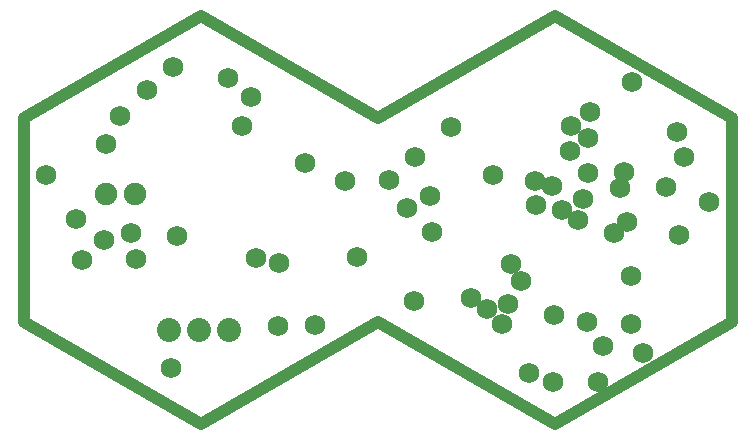
<source format=gbr>
%FSTAX23Y23*%
%MOIN*%
%SFA1B1*%

%IPPOS*%
%ADD52C,0.040000*%
%ADD53C,0.075433*%
%ADD54C,0.080157*%
%ADD55C,0.068000*%
G54D52*
X-0119Y-0034D02*
Y0034D01*
X-006Y00681*
X-00009Y0034*
X00581Y00681*
X01171Y0034*
Y-0034D02*
Y0034D01*
X00581Y-00681D02*
X01171Y-0034D01*
X-00009D02*
X00581Y-00681D01*
X-006D02*
X-00009Y-0034D01*
X-0119D02*
X-006Y-00681D01*
G54D53*
X-00918Y00086D03*
X-0082D03*
G54D54*
X-00508Y-00366D03*
X-00608D03*
X-00708D03*
G54D55*
X-00681Y-00054D03*
X00632Y00313D03*
X00631Y0023D03*
X00698Y0036D03*
X0069Y00274D03*
X00424Y-0028D03*
X00404Y-00347D03*
X-00465Y00315D03*
X-01017Y00004D03*
X-00869Y00347D03*
X-0078Y00434D03*
X-00434Y00412D03*
X00232Y00312D03*
X-00345Y-00352D03*
X-00221Y-0035D03*
X-007Y-00494D03*
X-00918Y00255D03*
X01092Y00062D03*
X-00252Y00191D03*
X-01118Y00152D03*
X00809Y00161D03*
X-00834Y-00044D03*
X00164Y00079D03*
X00374Y0015D03*
X00602Y00034D03*
X-00817Y-0013D03*
X-00081Y-00123D03*
X00517Y00051D03*
X00819Y-00006D03*
X00299Y-00259D03*
X00493Y-00508D03*
X00832Y-00187D03*
X-0012Y00129D03*
X00353Y-00297D03*
X00433Y-00147D03*
X00874Y-00443D03*
X0101Y00211D03*
X00113Y00209D03*
X00514Y0013D03*
X00086Y00041D03*
X00655Y0D03*
X0011Y-00271D03*
X00673Y0007D03*
X00468Y-00204D03*
X00987Y00294D03*
X-00341Y-00142D03*
X00171Y-0004D03*
X-00923Y-00066D03*
X00569Y00114D03*
X-00998Y-00133D03*
X00739Y-00418D03*
X0069Y00156D03*
X00578Y-00317D03*
X00777Y-00042D03*
X00574Y-0054D03*
X00723D03*
X00028Y00135D03*
X00796Y00107D03*
X00834Y-00345D03*
X00994Y-0005D03*
X00686Y-00339D03*
X00949Y00109D03*
X00837Y00459D03*
X-00511Y00475D03*
X-00417Y-00126D03*
X-00692Y00512D03*
M02*
</source>
